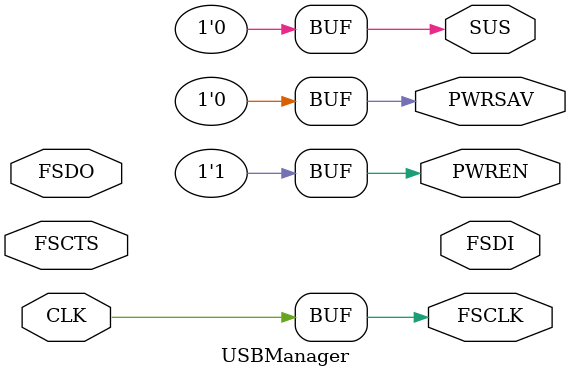
<source format=sv>
`timescale 1ns / 1ps

/* USBManager - Manages Communication with the FT2232H 
    Streams video & processes blobs to FT2232H
    Sends a list of all configurations on request
    Sets individual configurations on request */
module USBManager(
    input CLK,
    output FSDI, //input to FT2232H
    output FSCLK, //driven by fpga, 100MHz
    input FSDO, //output from FT2232H
    input FSCTS, //clear to send (on FSDO), active low
    output PWRSAV,
    output PWREN,
    output SUS
    );

    assign PWRSAV = 0;
    assign PWREN = 1;
    assign SUS = 0;

    assign FSCLK = CLK;

    always @(posedge CLK) begin
        
    end

    /* Fast Serial Interface Cheat Sheet
        Start bit is 0
        LSB first
        Stop bit is 1 (for channel B)

        FSDI Sequence (rel to FPGA):
         1) Send a start bit (only if FSCTS is high) --> FT2232H will drop FSCTS on the next positive clock edge
         2) Send a byte of data followed by a stop bit

        FSDO Sequence (rel to FPGA):
         1) Recieve a start bit (FT2232H cannot do this if it is recieving data on FSDI)
         2) Recieve a byte of data followed by a stop bit
    */

endmodule

</source>
